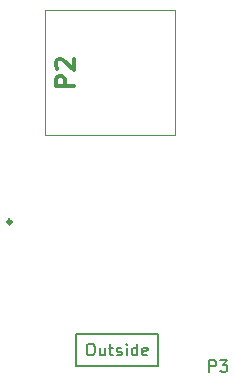
<source format=gbr>
%TF.GenerationSoftware,KiCad,Pcbnew,(6.0.6-0)*%
%TF.CreationDate,2022-07-06T00:09:10-04:00*%
%TF.ProjectId,PS2VGA Plug PCB,50533256-4741-4205-906c-756720504342,rev?*%
%TF.SameCoordinates,Original*%
%TF.FileFunction,Legend,Top*%
%TF.FilePolarity,Positive*%
%FSLAX46Y46*%
G04 Gerber Fmt 4.6, Leading zero omitted, Abs format (unit mm)*
G04 Created by KiCad (PCBNEW (6.0.6-0)) date 2022-07-06 00:09:10*
%MOMM*%
%LPD*%
G01*
G04 APERTURE LIST*
%ADD10C,0.150000*%
%ADD11C,0.300000*%
%ADD12C,0.350000*%
%ADD13C,0.120000*%
G04 APERTURE END LIST*
D10*
X147080000Y-120070000D02*
X147080000Y-117380000D01*
X153990000Y-120070000D02*
X147080000Y-120070000D01*
X153990000Y-117380000D02*
X153990000Y-120070000D01*
X147080000Y-117380000D02*
X153990000Y-117380000D01*
X148192857Y-118192380D02*
X148383333Y-118192380D01*
X148478571Y-118240000D01*
X148573809Y-118335238D01*
X148621428Y-118525714D01*
X148621428Y-118859047D01*
X148573809Y-119049523D01*
X148478571Y-119144761D01*
X148383333Y-119192380D01*
X148192857Y-119192380D01*
X148097619Y-119144761D01*
X148002380Y-119049523D01*
X147954761Y-118859047D01*
X147954761Y-118525714D01*
X148002380Y-118335238D01*
X148097619Y-118240000D01*
X148192857Y-118192380D01*
X149478571Y-118525714D02*
X149478571Y-119192380D01*
X149050000Y-118525714D02*
X149050000Y-119049523D01*
X149097619Y-119144761D01*
X149192857Y-119192380D01*
X149335714Y-119192380D01*
X149430952Y-119144761D01*
X149478571Y-119097142D01*
X149811904Y-118525714D02*
X150192857Y-118525714D01*
X149954761Y-118192380D02*
X149954761Y-119049523D01*
X150002380Y-119144761D01*
X150097619Y-119192380D01*
X150192857Y-119192380D01*
X150478571Y-119144761D02*
X150573809Y-119192380D01*
X150764285Y-119192380D01*
X150859523Y-119144761D01*
X150907142Y-119049523D01*
X150907142Y-119001904D01*
X150859523Y-118906666D01*
X150764285Y-118859047D01*
X150621428Y-118859047D01*
X150526190Y-118811428D01*
X150478571Y-118716190D01*
X150478571Y-118668571D01*
X150526190Y-118573333D01*
X150621428Y-118525714D01*
X150764285Y-118525714D01*
X150859523Y-118573333D01*
X151335714Y-119192380D02*
X151335714Y-118525714D01*
X151335714Y-118192380D02*
X151288095Y-118240000D01*
X151335714Y-118287619D01*
X151383333Y-118240000D01*
X151335714Y-118192380D01*
X151335714Y-118287619D01*
X152240476Y-119192380D02*
X152240476Y-118192380D01*
X152240476Y-119144761D02*
X152145238Y-119192380D01*
X151954761Y-119192380D01*
X151859523Y-119144761D01*
X151811904Y-119097142D01*
X151764285Y-119001904D01*
X151764285Y-118716190D01*
X151811904Y-118620952D01*
X151859523Y-118573333D01*
X151954761Y-118525714D01*
X152145238Y-118525714D01*
X152240476Y-118573333D01*
X153097619Y-119144761D02*
X153002380Y-119192380D01*
X152811904Y-119192380D01*
X152716666Y-119144761D01*
X152669047Y-119049523D01*
X152669047Y-118668571D01*
X152716666Y-118573333D01*
X152811904Y-118525714D01*
X153002380Y-118525714D01*
X153097619Y-118573333D01*
X153145238Y-118668571D01*
X153145238Y-118763809D01*
X152669047Y-118859047D01*
D11*
%TO.C,P2*%
X146849428Y-96384857D02*
X145325428Y-96384857D01*
X145325428Y-95804285D01*
X145398000Y-95659142D01*
X145470571Y-95586571D01*
X145615714Y-95514000D01*
X145833428Y-95514000D01*
X145978571Y-95586571D01*
X146051142Y-95659142D01*
X146123714Y-95804285D01*
X146123714Y-96384857D01*
X145470571Y-94933428D02*
X145398000Y-94860857D01*
X145325428Y-94715714D01*
X145325428Y-94352857D01*
X145398000Y-94207714D01*
X145470571Y-94135142D01*
X145615714Y-94062571D01*
X145760857Y-94062571D01*
X145978571Y-94135142D01*
X146849428Y-95006000D01*
X146849428Y-94062571D01*
D10*
%TO.C,P3*%
X158341904Y-120592380D02*
X158341904Y-119592380D01*
X158722857Y-119592380D01*
X158818095Y-119640000D01*
X158865714Y-119687619D01*
X158913333Y-119782857D01*
X158913333Y-119925714D01*
X158865714Y-120020952D01*
X158818095Y-120068571D01*
X158722857Y-120116190D01*
X158341904Y-120116190D01*
X159246666Y-119592380D02*
X159865714Y-119592380D01*
X159532380Y-119973333D01*
X159675238Y-119973333D01*
X159770476Y-120020952D01*
X159818095Y-120068571D01*
X159865714Y-120163809D01*
X159865714Y-120401904D01*
X159818095Y-120497142D01*
X159770476Y-120544761D01*
X159675238Y-120592380D01*
X159389523Y-120592380D01*
X159294285Y-120544761D01*
X159246666Y-120497142D01*
D12*
%TO.C,J1*%
X141560000Y-107880000D02*
G75*
G03*
X141560000Y-107880000I-150000J0D01*
G01*
D13*
%TO.C,P2*%
X144460000Y-100548393D02*
X155460000Y-100548393D01*
X155460000Y-100548393D02*
X155460000Y-89928393D01*
X155460000Y-89928393D02*
X144460000Y-89928393D01*
X144460000Y-89928393D02*
X144460000Y-100548393D01*
%TD*%
M02*

</source>
